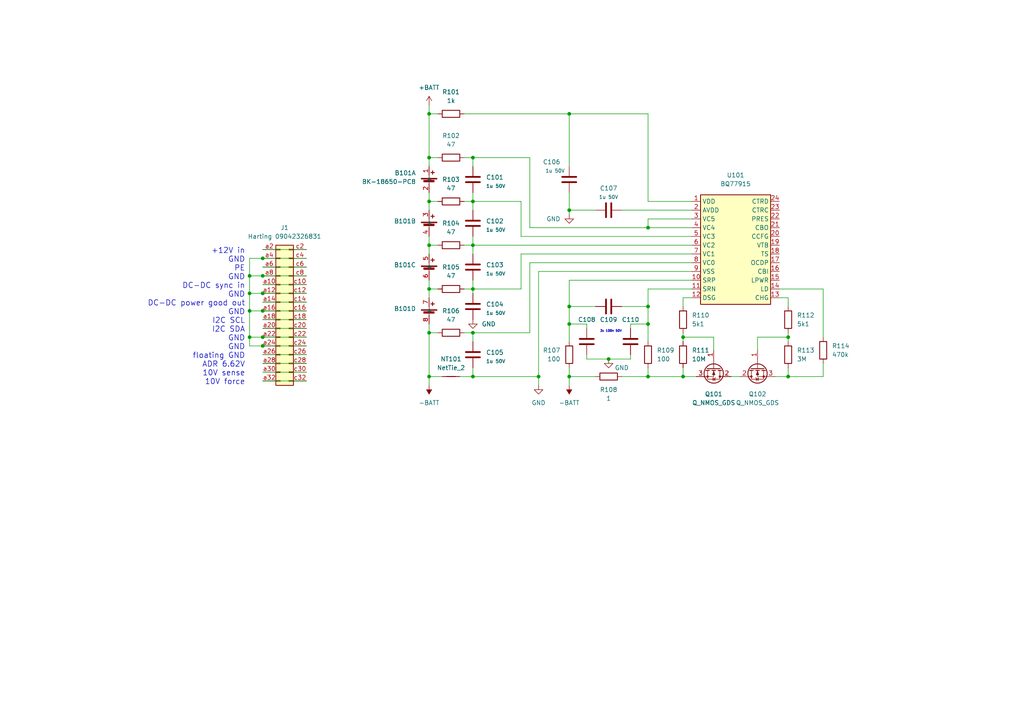
<source format=kicad_sch>
(kicad_sch (version 20211123) (generator eeschema)
  (paper "A4")
  (lib_symbols
    (symbol "ADRmu_battery_Library:BK-18650-PC8"
      (property "Reference" "B" (at 20.955 -10.795 0))
      (property "Value" "BK-18650-PC8" (at 20.955 -10.795 0))
      (symbol "BK-18650-PC8_0_1"
        (rectangle (start -2.286 0.381) (end 2.286 0.127) (fill (type outline)))
        (rectangle (start -1.5748 -0.2032) (end 1.4732 -0.7112) (fill (type outline)))
        (polyline (pts (xy 0 -0.635) (xy 0 -1.397)))
        (polyline (pts (xy 0 0.381) (xy 0 1.27)))
        (polyline (pts (xy 0.508 2.032) (xy 1.524 2.032)) (stroke (width 0.254)))
        (polyline (pts (xy 1.016 2.54) (xy 1.016 1.524)) (stroke (width 0.254)))
      )
      (symbol "BK-18650-PC8_1_1"
        (pin passive line (at 0 3.81 270) (length 2.54) (name "+") (number "1"))
        (pin passive line (at 0 -3.81 90) (length 2.54) (name "-") (number "2"))
      )
      (symbol "BK-18650-PC8_2_1"
        (pin passive line (at 0 3.81 270) (length 2.54) (name "+") (number "3"))
        (pin passive line (at 0 -3.81 90) (length 2.54) (name "-") (number "4"))
      )
      (symbol "BK-18650-PC8_3_1"
        (pin passive line (at 0 3.81 270) (length 2.54) (name "+") (number "5"))
        (pin passive line (at 0 -3.81 90) (length 2.54) (name "-") (number "6"))
      )
      (symbol "BK-18650-PC8_4_1"
        (pin passive line (at 0 3.81 270) (length 2.54) (name "+") (number "7"))
        (pin passive line (at 0 -3.81 90) (length 2.54) (name "-") (number "8"))
      )
    )
    (symbol "ADRmu_battery_Library:BQ77915"
      (property "Reference" "U" (at -10.16 17.145 0))
      (property "Value" "BQ77915" (at 11.43 17.145 0))
      (symbol "BQ77915_0_1"
        (rectangle (start -10.16 15.875) (end 10.16 -15.875) (stroke (width 0.254)) (fill (type background)))
      )
      (symbol "BQ77915_1_0"
        (pin input line (at -12.7 -8.89 0) (length 2.54) (name "SRP") (number "10"))
        (pin input line (at -12.7 -11.43 0) (length 2.54) (name "SRN") (number "11"))
        (pin output line (at 12.7 -13.97 180) (length 2.54) (name "CHG") (number "13"))
        (pin input line (at 12.7 -11.43 180) (length 2.54) (name "LD") (number "14"))
        (pin output line (at 12.7 -8.89 180) (length 2.54) (name "LPWR") (number "15"))
        (pin input line (at 12.7 -6.35 180) (length 2.54) (name "CBI") (number "16"))
        (pin input line (at 12.7 -3.81 180) (length 2.54) (name "OCDP") (number "17"))
        (pin input line (at 12.7 -1.27 180) (length 2.54) (name "TS") (number "18"))
        (pin output line (at 12.7 1.27 180) (length 2.54) (name "VTB") (number "19"))
        (pin input line (at 12.7 3.81 180) (length 2.54) (name "CCFG") (number "20"))
        (pin output line (at 12.7 6.35 180) (length 2.54) (name "CBO") (number "21"))
        (pin input line (at 12.7 8.89 180) (length 2.54) (name "PRES") (number "22"))
        (pin input line (at 12.7 11.43 180) (length 2.54) (name "CTRC") (number "23"))
        (pin input line (at 12.7 13.97 180) (length 2.54) (name "CTRD") (number "24"))
        (pin input line (at -12.7 8.89 0) (length 2.54) (name "VC5") (number "3"))
        (pin input line (at -12.7 6.35 0) (length 2.54) (name "VC4") (number "4"))
        (pin input line (at -12.7 3.81 0) (length 2.54) (name "VC3") (number "5"))
        (pin input line (at -12.7 1.27 0) (length 2.54) (name "VC2") (number "6"))
        (pin input line (at -12.7 -1.27 0) (length 2.54) (name "VC1") (number "7"))
        (pin input line (at -12.7 -3.81 0) (length 2.54) (name "VC0") (number "8"))
        (pin power_in line (at -12.7 -6.35 0) (length 2.54) (name "VSS") (number "9"))
      )
      (symbol "BQ77915_1_1"
        (pin power_in line (at -12.7 13.97 0) (length 2.54) (name "VDD") (number "1"))
        (pin output line (at -12.7 -13.97 0) (length 2.54) (name "DSG") (number "12"))
        (pin output line (at -12.7 11.43 0) (length 2.54) (name "AVDD") (number "2"))
      )
    )
    (symbol "Connector:DIN41612_02x16_AC_EvenPins" (pin_names (offset 1.016) hide)
      (property "Reference" "J" (at 1.27 20.32 0))
      (property "Value" "DIN41612_02x16_AC_EvenPins" (at 1.27 -22.86 0))
      (symbol "DIN41612_02x16_AC_EvenPins_1_1"
        (rectangle (start -1.27 -20.193) (end 0 -20.447) (stroke (width 0.1524)))
        (rectangle (start -1.27 -17.653) (end 0 -17.907) (stroke (width 0.1524)))
        (rectangle (start -1.27 -15.113) (end 0 -15.367) (stroke (width 0.1524)))
        (rectangle (start -1.27 -12.573) (end 0 -12.827) (stroke (width 0.1524)))
        (rectangle (start -1.27 -10.033) (end 0 -10.287) (stroke (width 0.1524)))
        (rectangle (start -1.27 -7.493) (end 0 -7.747) (stroke (width 0.1524)))
        (rectangle (start -1.27 -4.953) (end 0 -5.207) (stroke (width 0.1524)))
        (rectangle (start -1.27 -2.413) (end 0 -2.667) (stroke (width 0.1524)))
        (rectangle (start -1.27 0.127) (end 0 -0.127) (stroke (width 0.1524)))
        (rectangle (start -1.27 2.667) (end 0 2.413) (stroke (width 0.1524)))
        (rectangle (start -1.27 5.207) (end 0 4.953) (stroke (width 0.1524)))
        (rectangle (start -1.27 7.747) (end 0 7.493) (stroke (width 0.1524)))
        (rectangle (start -1.27 10.287) (end 0 10.033) (stroke (width 0.1524)))
        (rectangle (start -1.27 12.827) (end 0 12.573) (stroke (width 0.1524)))
        (rectangle (start -1.27 15.367) (end 0 15.113) (stroke (width 0.1524)))
        (rectangle (start -1.27 17.907) (end 0 17.653) (stroke (width 0.1524)))
        (rectangle (start -1.27 19.05) (end 3.81 -21.59) (stroke (width 0.254)) (fill (type background)))
        (rectangle (start 3.81 -20.193) (end 2.54 -20.447) (stroke (width 0.1524)))
        (rectangle (start 3.81 -17.653) (end 2.54 -17.907) (stroke (width 0.1524)))
        (rectangle (start 3.81 -15.113) (end 2.54 -15.367) (stroke (width 0.1524)))
        (rectangle (start 3.81 -12.573) (end 2.54 -12.827) (stroke (width 0.1524)))
        (rectangle (start 3.81 -10.033) (end 2.54 -10.287) (stroke (width 0.1524)))
        (rectangle (start 3.81 -7.493) (end 2.54 -7.747) (stroke (width 0.1524)))
        (rectangle (start 3.81 -4.953) (end 2.54 -5.207) (stroke (width 0.1524)))
        (rectangle (start 3.81 -2.413) (end 2.54 -2.667) (stroke (width 0.1524)))
        (rectangle (start 3.81 0.127) (end 2.54 -0.127) (stroke (width 0.1524)))
        (rectangle (start 3.81 2.667) (end 2.54 2.413) (stroke (width 0.1524)))
        (rectangle (start 3.81 5.207) (end 2.54 4.953) (stroke (width 0.1524)))
        (rectangle (start 3.81 7.747) (end 2.54 7.493) (stroke (width 0.1524)))
        (rectangle (start 3.81 10.287) (end 2.54 10.033) (stroke (width 0.1524)))
        (rectangle (start 3.81 12.827) (end 2.54 12.573) (stroke (width 0.1524)))
        (rectangle (start 3.81 15.367) (end 2.54 15.113) (stroke (width 0.1524)))
        (rectangle (start 3.81 17.907) (end 2.54 17.653) (stroke (width 0.1524)))
        (pin passive line (at -5.08 7.62 0) (length 3.81) (name "Pin_a10") (number "a10"))
        (pin passive line (at -5.08 5.08 0) (length 3.81) (name "Pin_a12") (number "a12"))
        (pin passive line (at -5.08 2.54 0) (length 3.81) (name "Pin_a14") (number "a14"))
        (pin passive line (at -5.08 0 0) (length 3.81) (name "Pin_a16") (number "a16"))
        (pin passive line (at -5.08 -2.54 0) (length 3.81) (name "Pin_a18") (number "a18"))
        (pin passive line (at -5.08 17.78 0) (length 3.81) (name "Pin_a2") (number "a2"))
        (pin passive line (at -5.08 -5.08 0) (length 3.81) (name "Pin_a20") (number "a20"))
        (pin passive line (at -5.08 -7.62 0) (length 3.81) (name "Pin_a22") (number "a22"))
        (pin passive line (at -5.08 -10.16 0) (length 3.81) (name "Pin_a24") (number "a24"))
        (pin passive line (at -5.08 -12.7 0) (length 3.81) (name "Pin_a26") (number "a26"))
        (pin passive line (at -5.08 -15.24 0) (length 3.81) (name "Pin_a28") (number "a28"))
        (pin passive line (at -5.08 -17.78 0) (length 3.81) (name "Pin_a30") (number "a30"))
        (pin passive line (at -5.08 -20.32 0) (length 3.81) (name "Pin_a32") (number "a32"))
        (pin passive line (at -5.08 15.24 0) (length 3.81) (name "Pin_a4") (number "a4"))
        (pin passive line (at -5.08 12.7 0) (length 3.81) (name "Pin_a6") (number "a6"))
        (pin passive line (at -5.08 10.16 0) (length 3.81) (name "Pin_a8") (number "a8"))
        (pin passive line (at 7.62 7.62 180) (length 3.81) (name "Pin_c10") (number "c10"))
        (pin passive line (at 7.62 5.08 180) (length 3.81) (name "Pin_c12") (number "c12"))
        (pin passive line (at 7.62 2.54 180) (length 3.81) (name "Pin_c14") (number "c14"))
        (pin passive line (at 7.62 0 180) (length 3.81) (name "Pin_c16") (number "c16"))
        (pin passive line (at 7.62 -2.54 180) (length 3.81) (name "Pin_c18") (number "c18"))
        (pin passive line (at 7.62 17.78 180) (length 3.81) (name "Pin_c2") (number "c2"))
        (pin passive line (at 7.62 -5.08 180) (length 3.81) (name "Pin_c20") (number "c20"))
        (pin passive line (at 7.62 -7.62 180) (length 3.81) (name "Pin_c22") (number "c22"))
        (pin passive line (at 7.62 -10.16 180) (length 3.81) (name "Pin_c24") (number "c24"))
        (pin passive line (at 7.62 -12.7 180) (length 3.81) (name "Pin_c26") (number "c26"))
        (pin passive line (at 7.62 -15.24 180) (length 3.81) (name "Pin_c28") (number "c28"))
        (pin passive line (at 7.62 -17.78 180) (length 3.81) (name "Pin_c30") (number "c30"))
        (pin passive line (at 7.62 -20.32 180) (length 3.81) (name "Pin_c32") (number "c32"))
        (pin passive line (at 7.62 15.24 180) (length 3.81) (name "Pin_c4") (number "c4"))
        (pin passive line (at 7.62 12.7 180) (length 3.81) (name "Pin_c6") (number "c6"))
        (pin passive line (at 7.62 10.16 180) (length 3.81) (name "Pin_c8") (number "c8"))
      )
    )
    (symbol "Device:C" (pin_numbers hide) (pin_names (offset 0.254))
      (property "Reference" "C" (at 0.635 2.54 0))
      (property "Value" "C" (at 0.635 -2.54 0))
      (symbol "C_0_1"
        (polyline (pts (xy -2.032 -0.762) (xy 2.032 -0.762)) (stroke (width 0.508)))
        (polyline (pts (xy -2.032 0.762) (xy 2.032 0.762)) (stroke (width 0.508)))
      )
      (symbol "C_1_1"
        (pin passive line (at 0 3.81 270) (length 2.794) (name "~") (number "1"))
        (pin passive line (at 0 -3.81 90) (length 2.794) (name "~") (number "2"))
      )
    )
    (symbol "Device:NetTie_2" (pin_numbers hide) (pin_names (offset 0) hide)
      (property "Reference" "NT" (at 0 1.27 0))
      (property "Value" "NetTie_2" (at 0 -1.27 0))
      (symbol "NetTie_2_0_1"
        (polyline (pts (xy -1.27 0) (xy 1.27 0)) (stroke (width 0.254)))
      )
      (symbol "NetTie_2_1_1"
        (pin passive line (at -2.54 0 0) (length 2.54) (name "1") (number "1"))
        (pin passive line (at 2.54 0 180) (length 2.54) (name "2") (number "2"))
      )
    )
    (symbol "Device:Q_NMOS_GDS" (pin_names (offset 0) hide)
      (property "Reference" "Q" (at 5.08 1.27 0))
      (property "Value" "Q_NMOS_GDS" (at 5.08 -1.27 0))
      (symbol "Q_NMOS_GDS_0_1"
        (polyline (pts (xy 0.254 0) (xy -2.54 0)))
        (polyline (pts (xy 0.254 1.905) (xy 0.254 -1.905)) (stroke (width 0.254)))
        (polyline (pts (xy 0.762 -1.27) (xy 0.762 -2.286)) (stroke (width 0.254)))
        (polyline (pts (xy 0.762 0.508) (xy 0.762 -0.508)) (stroke (width 0.254)))
        (polyline (pts (xy 0.762 2.286) (xy 0.762 1.27)) (stroke (width 0.254)))
        (polyline (pts (xy 2.54 2.54) (xy 2.54 1.778)))
        (polyline (pts (xy 2.54 -2.54) (xy 2.54 0) (xy 0.762 0)))
        (polyline (pts (xy 0.762 -1.778) (xy 3.302 -1.778) (xy 3.302 1.778) (xy 0.762 1.778)))
        (polyline (pts (xy 1.016 0) (xy 2.032 0.381) (xy 2.032 -0.381) (xy 1.016 0)) (fill (type outline)))
        (polyline (pts (xy 2.794 0.508) (xy 2.921 0.381) (xy 3.683 0.381) (xy 3.81 0.254)))
        (polyline (pts (xy 3.302 0.381) (xy 2.921 -0.254) (xy 3.683 -0.254) (xy 3.302 0.381)))
        (circle (center 1.651 0) (radius 2.794) (stroke (width 0.254)))
        (circle (center 2.54 -1.778) (radius 0.254) (fill (type outline)))
        (circle (center 2.54 1.778) (radius 0.254) (fill (type outline)))
      )
      (symbol "Q_NMOS_GDS_1_1"
        (pin input line (at -5.08 0 0) (length 2.54) (name "G") (number "1"))
        (pin passive line (at 2.54 5.08 270) (length 2.54) (name "D") (number "2"))
        (pin passive line (at 2.54 -5.08 90) (length 2.54) (name "S") (number "3"))
      )
    )
    (symbol "Device:R" (pin_numbers hide) (pin_names (offset 0))
      (property "Reference" "R" (at 2.032 0 90))
      (property "Value" "R" (at 0 0 90))
      (symbol "R_0_1"
        (rectangle (start -1.016 -2.54) (end 1.016 2.54) (stroke (width 0.254)))
      )
      (symbol "R_1_1"
        (pin passive line (at 0 3.81 270) (length 1.27) (name "~") (number "1"))
        (pin passive line (at 0 -3.81 90) (length 1.27) (name "~") (number "2"))
      )
    )
    (symbol "power:+BATT" (power) (pin_names (offset 0))
      (property "Value" "+BATT" (at 0 3.556 0))
      (symbol "+BATT_0_1"
        (polyline (pts (xy -0.762 1.27) (xy 0 2.54)))
        (polyline (pts (xy 0 0) (xy 0 2.54)))
        (polyline (pts (xy 0 2.54) (xy 0.762 1.27)))
      )
      (symbol "+BATT_1_1"
        (pin power_in line (at 0 0 90) (length 0) hide (name "+BATT") (number "1"))
      )
    )
    (symbol "power:-BATT" (power) (pin_names (offset 0))
      (property "Value" "-BATT" (at 0 3.556 0))
      (symbol "-BATT_0_1"
        (polyline (pts (xy 0 0) (xy 0 2.54)))
        (polyline (pts (xy 0.762 1.27) (xy -0.762 1.27) (xy 0 2.54) (xy 0.762 1.27)) (fill (type outline)))
      )
      (symbol "-BATT_1_1"
        (pin power_in line (at 0 0 90) (length 0) hide (name "-BATT") (number "1"))
      )
    )
    (symbol "power:GND" (power) (pin_names (offset 0))
      (property "Value" "GND" (at 0 -3.81 0))
      (symbol "GND_0_1"
        (polyline (pts (xy 0 0) (xy 0 -1.27) (xy 1.27 -1.27) (xy 0 -2.54) (xy -1.27 -1.27) (xy 0 -1.27)))
      )
      (symbol "GND_1_1"
        (pin power_in line (at 0 0 270) (length 0) hide (name "GND") (number "1"))
      )
    )
  )
  (junction (at 76.2 97.79))
  (junction (at 76.2 90.17))
  (junction (at 187.96 88.9))
  (junction (at 165.1 93.98))
  (junction (at 124.46 45.72))
  (junction (at 124.46 83.82))
  (junction (at 124.46 71.12))
  (junction (at 72.39 80.01))
  (junction (at 228.6 109.22))
  (junction (at 198.12 97.79))
  (junction (at 165.1 88.9))
  (junction (at 124.46 109.22))
  (junction (at 72.39 85.09))
  (junction (at 76.2 100.33))
  (junction (at 137.16 109.22))
  (junction (at 124.46 96.52))
  (junction (at 165.1 60.96))
  (junction (at 137.16 83.82))
  (junction (at 124.46 33.02))
  (junction (at 76.2 85.09))
  (junction (at 165.1 109.22))
  (junction (at 124.46 58.42))
  (junction (at 137.16 96.52))
  (junction (at 72.39 90.17))
  (junction (at 176.53 104.14))
  (junction (at 72.39 97.79))
  (junction (at 187.96 66.04))
  (junction (at 76.2 80.01))
  (junction (at 76.2 74.93))
  (junction (at 165.1 33.02))
  (junction (at 137.16 71.12))
  (junction (at 137.16 58.42))
  (junction (at 156.21 109.22))
  (junction (at 187.96 93.98))
  (junction (at 187.96 109.22))
  (junction (at 137.16 45.72))
  (junction (at 228.6 97.79))
  (junction (at 198.12 109.22))
  (wire (pts (xy 137.16 83.82) (xy 137.16 85.09)))
  (wire (pts (xy 137.16 68.58) (xy 137.16 71.12)))
  (wire (pts (xy 151.13 83.82) (xy 151.13 73.66)))
  (wire (pts (xy 198.12 96.52) (xy 198.12 97.79)))
  (wire (pts (xy 124.46 93.98) (xy 124.46 96.52)))
  (wire (pts (xy 214.63 109.22) (xy 212.09 109.22)))
  (wire (pts (xy 153.67 76.2) (xy 200.66 76.2)))
  (wire (pts (xy 72.39 80.01) (xy 72.39 85.09)))
  (wire (pts (xy 226.06 83.82) (xy 238.76 83.82)))
  (wire (pts (xy 124.46 71.12) (xy 124.46 73.66)))
  (wire (pts (xy 187.96 33.02) (xy 165.1 33.02)))
  (wire (pts (xy 124.46 86.36) (xy 124.46 83.82)))
  (wire (pts (xy 137.16 81.28) (xy 137.16 83.82)))
  (wire (pts (xy 124.46 55.88) (xy 124.46 58.42)))
  (wire (pts (xy 165.1 55.88) (xy 165.1 60.96)))
  (wire (pts (xy 72.39 85.09) (xy 76.2 85.09)))
  (wire (pts (xy 72.39 90.17) (xy 76.2 90.17)))
  (wire (pts (xy 165.1 62.23) (xy 165.1 60.96)))
  (wire (pts (xy 76.2 102.87) (xy 88.9 102.87)))
  (wire (pts (xy 219.71 97.79) (xy 228.6 97.79)))
  (wire (pts (xy 228.6 109.22) (xy 238.76 109.22)))
  (wire (pts (xy 124.46 96.52) (xy 127 96.52)))
  (wire (pts (xy 180.34 109.22) (xy 187.96 109.22)))
  (wire (pts (xy 124.46 58.42) (xy 124.46 60.96)))
  (wire (pts (xy 187.96 63.5) (xy 187.96 66.04)))
  (wire (pts (xy 228.6 97.79) (xy 228.6 99.06)))
  (wire (pts (xy 134.62 83.82) (xy 137.16 83.82)))
  (wire (pts (xy 76.2 80.01) (xy 88.9 80.01)))
  (wire (pts (xy 182.88 93.98) (xy 187.96 93.98)))
  (wire (pts (xy 187.96 66.04) (xy 200.66 66.04)))
  (wire (pts (xy 137.16 109.22) (xy 156.21 109.22)))
  (wire (pts (xy 137.16 60.96) (xy 137.16 58.42)))
  (wire (pts (xy 137.16 55.88) (xy 137.16 58.42)))
  (wire (pts (xy 133.35 109.22) (xy 137.16 109.22)))
  (wire (pts (xy 180.34 60.96) (xy 200.66 60.96)))
  (wire (pts (xy 124.46 111.76) (xy 124.46 109.22)))
  (wire (pts (xy 124.46 45.72) (xy 124.46 33.02)))
  (wire (pts (xy 137.16 45.72) (xy 137.16 48.26)))
  (wire (pts (xy 182.88 93.98) (xy 182.88 95.25)))
  (wire (pts (xy 137.16 106.68) (xy 137.16 109.22)))
  (wire (pts (xy 137.16 96.52) (xy 137.16 99.06)))
  (wire (pts (xy 76.2 72.39) (xy 88.9 72.39)))
  (wire (pts (xy 238.76 83.82) (xy 238.76 97.79)))
  (wire (pts (xy 76.2 97.79) (xy 88.9 97.79)))
  (wire (pts (xy 134.62 96.52) (xy 137.16 96.52)))
  (wire (pts (xy 124.46 83.82) (xy 127 83.82)))
  (wire (pts (xy 238.76 109.22) (xy 238.76 105.41)))
  (wire (pts (xy 228.6 96.52) (xy 228.6 97.79)))
  (wire (pts (xy 76.2 105.41) (xy 88.9 105.41)))
  (wire (pts (xy 137.16 58.42) (xy 134.62 58.42)))
  (wire (pts (xy 165.1 109.22) (xy 172.72 109.22)))
  (wire (pts (xy 187.96 88.9) (xy 187.96 93.98)))
  (wire (pts (xy 153.67 66.04) (xy 187.96 66.04)))
  (wire (pts (xy 76.2 107.95) (xy 88.9 107.95)))
  (wire (pts (xy 151.13 58.42) (xy 137.16 58.42)))
  (wire (pts (xy 187.96 83.82) (xy 187.96 88.9)))
  (wire (pts (xy 187.96 109.22) (xy 198.12 109.22)))
  (wire (pts (xy 187.96 58.42) (xy 187.96 33.02)))
  (wire (pts (xy 76.2 95.25) (xy 88.9 95.25)))
  (wire (pts (xy 182.88 102.87) (xy 182.88 104.14)))
  (wire (pts (xy 76.2 87.63) (xy 88.9 87.63)))
  (wire (pts (xy 76.2 92.71) (xy 88.9 92.71)))
  (wire (pts (xy 76.2 74.93) (xy 72.39 74.93)))
  (wire (pts (xy 72.39 85.09) (xy 72.39 90.17)))
  (wire (pts (xy 165.1 111.76) (xy 165.1 109.22)))
  (wire (pts (xy 165.1 88.9) (xy 165.1 81.28)))
  (wire (pts (xy 228.6 109.22) (xy 228.6 106.68)))
  (wire (pts (xy 170.18 102.87) (xy 170.18 104.14)))
  (wire (pts (xy 151.13 58.42) (xy 151.13 68.58)))
  (wire (pts (xy 165.1 88.9) (xy 172.72 88.9)))
  (wire (pts (xy 165.1 81.28) (xy 200.66 81.28)))
  (wire (pts (xy 176.53 104.14) (xy 182.88 104.14)))
  (wire (pts (xy 200.66 86.36) (xy 198.12 86.36)))
  (wire (pts (xy 134.62 45.72) (xy 137.16 45.72)))
  (wire (pts (xy 198.12 97.79) (xy 198.12 99.06)))
  (wire (pts (xy 72.39 90.17) (xy 72.39 97.79)))
  (wire (pts (xy 76.2 82.55) (xy 88.9 82.55)))
  (wire (pts (xy 137.16 73.66) (xy 137.16 71.12)))
  (wire (pts (xy 151.13 73.66) (xy 200.66 73.66)))
  (wire (pts (xy 187.96 83.82) (xy 200.66 83.82)))
  (wire (pts (xy 198.12 109.22) (xy 198.12 106.68)))
  (wire (pts (xy 72.39 74.93) (xy 72.39 80.01)))
  (wire (pts (xy 207.01 101.6) (xy 207.01 97.79)))
  (wire (pts (xy 124.46 71.12) (xy 127 71.12)))
  (wire (pts (xy 226.06 86.36) (xy 228.6 86.36)))
  (wire (pts (xy 137.16 83.82) (xy 151.13 83.82)))
  (wire (pts (xy 165.1 33.02) (xy 165.1 48.26)))
  (wire (pts (xy 156.21 109.22) (xy 156.21 111.76)))
  (wire (pts (xy 76.2 100.33) (xy 88.9 100.33)))
  (wire (pts (xy 224.79 109.22) (xy 228.6 109.22)))
  (wire (pts (xy 124.46 45.72) (xy 124.46 48.26)))
  (wire (pts (xy 124.46 83.82) (xy 124.46 81.28)))
  (wire (pts (xy 124.46 68.58) (xy 124.46 71.12)))
  (wire (pts (xy 134.62 33.02) (xy 165.1 33.02)))
  (wire (pts (xy 151.13 68.58) (xy 200.66 68.58)))
  (wire (pts (xy 76.2 77.47) (xy 88.9 77.47)))
  (wire (pts (xy 165.1 109.22) (xy 165.1 106.68)))
  (wire (pts (xy 187.96 93.98) (xy 187.96 99.06)))
  (wire (pts (xy 72.39 100.33) (xy 76.2 100.33)))
  (wire (pts (xy 153.67 45.72) (xy 137.16 45.72)))
  (wire (pts (xy 72.39 97.79) (xy 72.39 100.33)))
  (wire (pts (xy 134.62 71.12) (xy 137.16 71.12)))
  (wire (pts (xy 156.21 78.74) (xy 156.21 109.22)))
  (wire (pts (xy 124.46 109.22) (xy 124.46 96.52)))
  (wire (pts (xy 124.46 33.02) (xy 127 33.02)))
  (wire (pts (xy 180.34 88.9) (xy 187.96 88.9)))
  (wire (pts (xy 156.21 78.74) (xy 200.66 78.74)))
  (wire (pts (xy 170.18 104.14) (xy 176.53 104.14)))
  (wire (pts (xy 76.2 85.09) (xy 88.9 85.09)))
  (wire (pts (xy 72.39 80.01) (xy 76.2 80.01)))
  (wire (pts (xy 219.71 97.79) (xy 219.71 101.6)))
  (wire (pts (xy 165.1 99.06) (xy 165.1 93.98)))
  (wire (pts (xy 165.1 60.96) (xy 172.72 60.96)))
  (wire (pts (xy 124.46 30.48) (xy 124.46 33.02)))
  (wire (pts (xy 153.67 76.2) (xy 153.67 96.52)))
  (wire (pts (xy 187.96 58.42) (xy 200.66 58.42)))
  (wire (pts (xy 76.2 110.49) (xy 88.9 110.49)))
  (wire (pts (xy 201.93 109.22) (xy 198.12 109.22)))
  (wire (pts (xy 165.1 93.98) (xy 165.1 88.9)))
  (wire (pts (xy 124.46 58.42) (xy 127 58.42)))
  (wire (pts (xy 187.96 63.5) (xy 200.66 63.5)))
  (wire (pts (xy 76.2 74.93) (xy 88.9 74.93)))
  (wire (pts (xy 127 45.72) (xy 124.46 45.72)))
  (wire (pts (xy 76.2 90.17) (xy 88.9 90.17)))
  (wire (pts (xy 137.16 71.12) (xy 200.66 71.12)))
  (wire (pts (xy 187.96 106.68) (xy 187.96 109.22)))
  (wire (pts (xy 228.6 86.36) (xy 228.6 88.9)))
  (wire (pts (xy 153.67 66.04) (xy 153.67 45.72)))
  (wire (pts (xy 72.39 97.79) (xy 76.2 97.79)))
  (wire (pts (xy 198.12 97.79) (xy 207.01 97.79)))
  (wire (pts (xy 153.67 96.52) (xy 137.16 96.52)))
  (wire (pts (xy 165.1 93.98) (xy 170.18 93.98)))
  (wire (pts (xy 198.12 86.36) (xy 198.12 88.9)))
  (wire (pts (xy 124.46 109.22) (xy 128.27 109.22)))
  (wire (pts (xy 170.18 95.25) (xy 170.18 93.98)))
  (text "3x 100n 50V" (at 173.99 96.52 0) (effects (font (size 0.635 0.635)) (justify left bottom)))
  (text "+12V in\nGND\nPE\nGND\nDC-DC sync in\nGND\nDC-DC power good out\nGND\nI2C SCL\nI2C SDA\nGND\nGND\nfloating GND\nADR 6.62V\n10V sense\n10V force" (at 71.12 111.76 0) (effects (font (size 1.5748 1.5748)) (justify right bottom)))
  (symbol (lib_id "Device:R") (at 238.76 101.6 180) (unit 1)
    (property "Reference" "R114" (at 241.3 100.3299 0) (effects (justify right)))
    (property "Value" "470k" (at 241.3 102.8699 0) (effects (justify right)))
    (property "Footprint" "Resistor_SMD:R_0805_2012Metric" (effects hide))
  )
  (symbol (lib_id "Device:R") (at 130.81 96.52 90) (unit 1)
    (property "Reference" "R106" (at 130.81 90.17 90))
    (property "Value" "47" (at 130.81 92.71 90))
    (property "Footprint" "Resistor_SMD:R_0805_2012Metric" (effects hide))
  )
  (symbol (lib_id "Device:C") (at 137.16 77.47 0) (unit 1)
    (property "Reference" "C103" (at 140.97 76.8349 0) (effects (justify left)))
    (property "Value" "1u 50V" (at 140.97 79.375 0) (effects (font (size 1.016 1.016)) (justify left)))
    (property "Footprint" "Capacitor_SMD:C_0805_2012Metric" (effects hide))
  )
  (symbol (lib_id "Device:R") (at 198.12 102.87 180) (unit 1)
    (property "Reference" "R111" (at 200.66 101.5999 0) (effects (justify right)))
    (property "Value" "10M" (at 200.66 104.1399 0) (effects (justify right)))
    (property "Footprint" "Resistor_SMD:R_0805_2012Metric" (effects hide))
  )
  (symbol (lib_id "Device:C") (at 176.53 60.96 90) (unit 1)
    (property "Reference" "C107" (at 176.53 54.61 90))
    (property "Value" "1u 50V" (at 176.53 57.15 90) (effects (font (size 1.016 1.016))))
    (property "Footprint" "Capacitor_SMD:C_0805_2012Metric" (effects hide))
  )
  (symbol (lib_id "Device:R") (at 187.96 102.87 180) (unit 1)
    (property "Reference" "R109" (at 190.5 101.5999 0) (effects (justify right)))
    (property "Value" "100" (at 190.5 104.1399 0) (effects (justify right)))
    (property "Footprint" "Resistor_SMD:R_0805_2012Metric" (effects hide))
  )
  (symbol (lib_id "Connector:DIN41612_02x16_AC_EvenPins") (at 81.28 90.17 0) (unit 1)
    (property "Reference" "J1" (at 82.55 66.04 0))
    (property "Value" "Harting 09042326831" (at 82.55 68.58 0))
    (property "Footprint" "Connector_DIN:DIN41612_D_2x16_Male_Horizontal_THT" (effects hide))
  )
  (symbol (lib_id "Device:NetTie_2") (at 130.81 109.22 180) (unit 1)
    (property "Reference" "NT101" (at 130.81 104.14 0))
    (property "Value" "NetTie_2" (at 130.81 106.68 0))
    (property "Footprint" "NetTie:NetTie-2_SMD_Pad2.0mm" (effects hide))
  )
  (symbol (lib_id "Device:R") (at 198.12 92.71 180) (unit 1)
    (property "Reference" "R110" (at 200.66 91.4399 0) (effects (justify right)))
    (property "Value" "5k1" (at 200.66 93.9799 0) (effects (justify right)))
    (property "Footprint" "Resistor_SMD:R_0805_2012Metric" (effects hide))
  )
  (symbol (lib_id "Device:R") (at 130.81 83.82 90) (unit 1)
    (property "Reference" "R105" (at 130.81 77.47 90))
    (property "Value" "47" (at 130.81 80.01 90))
    (property "Footprint" "Resistor_SMD:R_0805_2012Metric" (effects hide))
  )
  (symbol (lib_id "ADRmu_battery_Library:BK-18650-PC8") (at 124.46 90.17 0) (unit 4)
    (property "Reference" "B101" (at 120.65 89.5349 0) (effects (justify right)))
    (property "Value" "BK-18650-PC8" (effects hide))
    (property "Footprint" "ADRmu_battery_Library:BK-18650-PC8" (effects hide))
  )
  (symbol (lib_id "Device:R") (at 130.81 71.12 90) (unit 1)
    (property "Reference" "R104" (at 130.81 64.77 90))
    (property "Value" "47" (at 130.81 67.31 90))
    (property "Footprint" "Resistor_SMD:R_0805_2012Metric" (effects hide))
  )
  (symbol (lib_id "Device:R") (at 130.81 33.02 90) (unit 1)
    (property "Reference" "R101" (at 130.81 26.67 90))
    (property "Value" "1k" (at 130.81 29.21 90))
    (property "Footprint" "Resistor_SMD:R_0805_2012Metric" (effects hide))
  )
  (symbol (lib_id "Device:C") (at 137.16 64.77 0) (unit 1)
    (property "Reference" "C102" (at 140.97 64.1349 0) (effects (justify left)))
    (property "Value" "1u 50V" (at 140.97 66.675 0) (effects (font (size 1.016 1.016)) (justify left)))
    (property "Footprint" "Capacitor_SMD:C_0805_2012Metric" (effects hide))
  )
  (symbol (lib_id "power:GND") (at 165.1 62.23 0) (unit 1)
    (property "Reference" "#PWR0107" (effects hide))
    (property "Value" "GND" (at 162.56 63.4999 0) (effects (justify right)))
  )
  (symbol (lib_id "power:GND") (at 176.53 104.14 0) (unit 1)
    (property "Reference" "#PWR0106" (effects hide))
    (property "Value" "GND" (at 180.34 106.68 0))
  )
  (symbol (lib_id "power:GND") (at 137.16 92.71 0) (unit 1)
    (property "Reference" "#PWR0102" (effects hide))
    (property "Value" "GND" (at 139.7 93.9799 0) (effects (justify left)))
  )
  (symbol (lib_id "power:GND") (at 156.21 111.76 0) (unit 1)
    (property "Reference" "#PWR0103" (effects hide))
    (property "Value" "GND" (at 156.21 116.84 0))
  )
  (symbol (lib_id "ADRmu_battery_Library:BK-18650-PC8") (at 124.46 64.77 0) (unit 2)
    (property "Reference" "B101" (at 120.65 64.1349 0) (effects (justify right)))
    (property "Value" "BK-18650-PC8" (effects hide))
    (property "Footprint" "ADRmu_battery_Library:BK-18650-PC8" (effects hide))
  )
  (symbol (lib_id "Device:R") (at 165.1 102.87 180) (unit 1)
    (property "Reference" "R107" (at 162.56 101.5999 0) (effects (justify left)))
    (property "Value" "100" (at 162.56 104.1399 0) (effects (justify left)))
    (property "Footprint" "Resistor_SMD:R_0805_2012Metric" (effects hide))
  )
  (symbol (lib_id "Device:C") (at 182.88 99.06 180) (unit 1)
    (property "Reference" "C110" (at 180.34 92.71 0) (effects (justify right)))
    (property "Value" "100n 50V" (effects hide))
    (property "Footprint" "Capacitor_SMD:C_0805_2012Metric" (effects hide))
  )
  (symbol (lib_id "power:-BATT") (at 165.1 111.76 180) (unit 1)
    (property "Reference" "#PWR0105" (effects hide))
    (property "Value" "-BATT" (at 165.1 116.84 0))
  )
  (symbol (lib_id "Device:R") (at 130.81 58.42 90) (unit 1)
    (property "Reference" "R103" (at 130.81 52.07 90))
    (property "Value" "47" (at 130.81 54.61 90))
    (property "Footprint" "Resistor_SMD:R_0805_2012Metric" (effects hide))
  )
  (symbol (lib_id "Device:C") (at 165.1 52.07 0) (unit 1)
    (property "Reference" "C106" (at 162.56 46.99 0) (effects (justify right)))
    (property "Value" "1u 50V" (at 163.83 49.53 0) (effects (font (size 1.016 1.016)) (justify right)))
    (property "Footprint" "Capacitor_SMD:C_0805_2012Metric" (effects hide))
  )
  (symbol (lib_id "Device:C") (at 170.18 99.06 180) (unit 1)
    (property "Reference" "C108" (at 167.64 92.71 0) (effects (justify right)))
    (property "Value" "100n 50V" (effects hide))
    (property "Footprint" "Capacitor_SMD:C_0805_2012Metric" (effects hide))
  )
  (symbol (lib_id "Device:C") (at 137.16 88.9 0) (unit 1)
    (property "Reference" "C104" (at 140.97 88.2649 0) (effects (justify left)))
    (property "Value" "1u 50V" (at 140.97 90.805 0) (effects (font (size 1.016 1.016)) (justify left)))
    (property "Footprint" "Capacitor_SMD:C_0805_2012Metric" (effects hide))
  )
  (symbol (lib_id "power:-BATT") (at 124.46 111.76 180) (unit 1)
    (property "Reference" "#PWR0101" (effects hide))
    (property "Value" "-BATT" (at 124.46 116.84 0))
  )
  (symbol (lib_id "Device:Q_NMOS_GDS") (at 219.71 106.68 90) (mirror x) (unit 1)
    (property "Reference" "Q102" (at 219.71 114.3 90))
    (property "Value" "Q_NMOS_GDS" (at 219.71 116.84 90))
    (property "Footprint" "Package_TO_SOT_SMD:TO-252-2" (effects hide))
  )
  (symbol (lib_id "Device:R") (at 176.53 109.22 90) (unit 1)
    (property "Reference" "R108" (at 176.53 113.03 90))
    (property "Value" "1" (at 176.53 115.57 90))
    (property "Footprint" "Resistor_SMD:R_0805_2012Metric" (effects hide))
  )
  (symbol (lib_id "Device:C") (at 176.53 88.9 90) (unit 1)
    (property "Reference" "C109" (at 176.53 92.71 90))
    (property "Value" "100n 50V" (effects hide))
    (property "Footprint" "Capacitor_SMD:C_0805_2012Metric" (effects hide))
  )
  (symbol (lib_id "ADRmu_battery_Library:BK-18650-PC8") (at 124.46 52.07 0) (unit 1)
    (property "Reference" "B101" (at 120.65 50.1649 0) (effects (justify right)))
    (property "Value" "BK-18650-PC8" (at 120.65 52.7049 0) (effects (justify right)))
    (property "Footprint" "ADRmu_battery_Library:BK-18650-PC8" (effects hide))
  )
  (symbol (lib_id "Device:R") (at 130.81 45.72 90) (unit 1)
    (property "Reference" "R102" (at 130.81 39.37 90))
    (property "Value" "47" (at 130.81 41.91 90))
    (property "Footprint" "Resistor_SMD:R_0805_2012Metric" (effects hide))
  )
  (symbol (lib_id "Device:C") (at 137.16 52.07 0) (unit 1)
    (property "Reference" "C101" (at 140.97 51.4349 0) (effects (justify left)))
    (property "Value" "1u 50V" (at 140.97 53.975 0) (effects (font (size 1.016 1.016)) (justify left)))
    (property "Footprint" "Capacitor_SMD:C_0805_2012Metric" (effects hide))
  )
  (symbol (lib_id "ADRmu_battery_Library:BQ77915") (at 213.36 72.39 0) (unit 1)
    (property "Reference" "U101" (at 213.36 50.8 0))
    (property "Value" "BQ77915" (at 213.36 53.34 0))
    (property "Footprint" "Package_SO:TSSOP-24_4.4x7.8mm_P0.65mm" (effects hide))
    (property "Datasheet" "https://www.ti.com/lit/ds/symlink/bq77915.pdf" (effects hide))
  )
  (symbol (lib_id "Device:R") (at 228.6 102.87 180) (unit 1)
    (property "Reference" "R113" (at 231.14 101.5999 0) (effects (justify right)))
    (property "Value" "3M" (at 231.14 104.1399 0) (effects (justify right)))
    (property "Footprint" "Resistor_SMD:R_0805_2012Metric" (effects hide))
  )
  (symbol (lib_id "Device:C") (at 137.16 102.87 0) (unit 1)
    (property "Reference" "C105" (at 140.97 102.2349 0) (effects (justify left)))
    (property "Value" "1u 50V" (at 140.97 104.775 0) (effects (font (size 1.016 1.016)) (justify left)))
    (property "Footprint" "Capacitor_SMD:C_0805_2012Metric" (effects hide))
  )
  (symbol (lib_id "power:+BATT") (at 124.46 30.48 0) (unit 1)
    (property "Reference" "#PWR0104" (effects hide))
    (property "Value" "+BATT" (at 124.46 25.4 0))
  )
  (symbol (lib_id "Device:Q_NMOS_GDS") (at 207.01 106.68 270) (unit 1)
    (property "Reference" "Q101" (at 207.01 114.3 90))
    (property "Value" "Q_NMOS_GDS" (at 207.01 116.84 90))
    (property "Footprint" "Package_TO_SOT_SMD:TO-252-2" (effects hide))
  )
  (symbol (lib_id "Device:R") (at 228.6 92.71 180) (unit 1)
    (property "Reference" "R112" (at 231.14 91.4399 0) (effects (justify right)))
    (property "Value" "5k1" (at 231.14 93.9799 0) (effects (justify right)))
    (property "Footprint" "Resistor_SMD:R_0805_2012Metric" (effects hide))
  )
  (symbol (lib_id "ADRmu_battery_Library:BK-18650-PC8") (at 124.46 77.47 0) (unit 3)
    (property "Reference" "B101" (at 120.65 76.8349 0) (effects (justify right)))
    (property "Value" "BK-18650-PC8" (effects hide))
    (property "Footprint" "ADRmu_battery_Library:BK-18650-PC8" (effects hide))
  )
)
</source>
